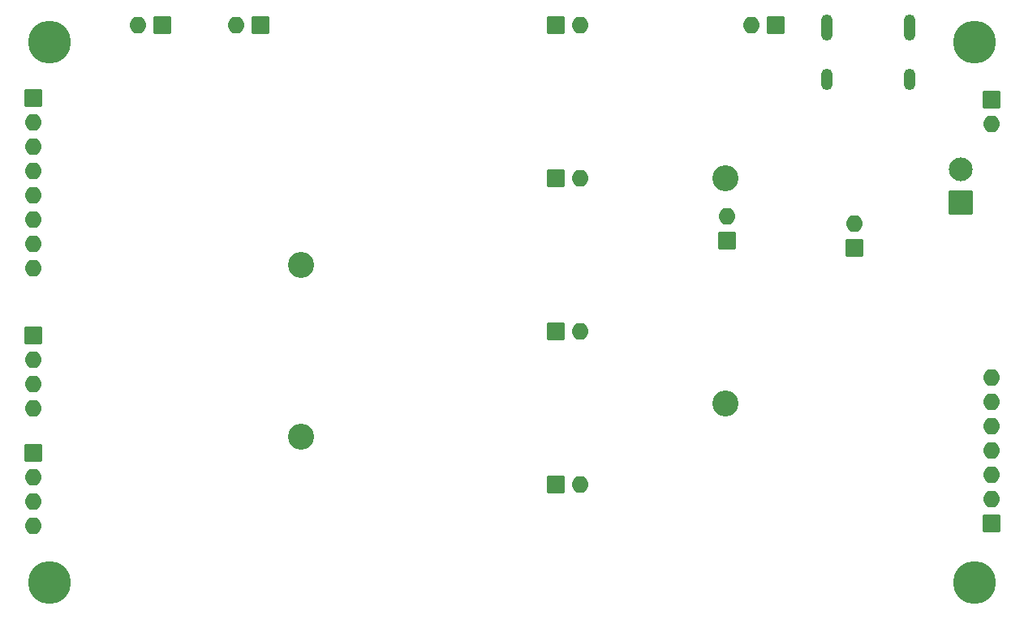
<source format=gbr>
%TF.GenerationSoftware,KiCad,Pcbnew,7.0.9*%
%TF.CreationDate,2024-02-07T13:17:43-05:00*%
%TF.ProjectId,fydp,66796470-2e6b-4696-9361-645f70636258,rev?*%
%TF.SameCoordinates,Original*%
%TF.FileFunction,Soldermask,Bot*%
%TF.FilePolarity,Negative*%
%FSLAX46Y46*%
G04 Gerber Fmt 4.6, Leading zero omitted, Abs format (unit mm)*
G04 Created by KiCad (PCBNEW 7.0.9) date 2024-02-07 13:17:43*
%MOMM*%
%LPD*%
G01*
G04 APERTURE LIST*
G04 Aperture macros list*
%AMRoundRect*
0 Rectangle with rounded corners*
0 $1 Rounding radius*
0 $2 $3 $4 $5 $6 $7 $8 $9 X,Y pos of 4 corners*
0 Add a 4 corners polygon primitive as box body*
4,1,4,$2,$3,$4,$5,$6,$7,$8,$9,$2,$3,0*
0 Add four circle primitives for the rounded corners*
1,1,$1+$1,$2,$3*
1,1,$1+$1,$4,$5*
1,1,$1+$1,$6,$7*
1,1,$1+$1,$8,$9*
0 Add four rect primitives between the rounded corners*
20,1,$1+$1,$2,$3,$4,$5,0*
20,1,$1+$1,$4,$5,$6,$7,0*
20,1,$1+$1,$6,$7,$8,$9,0*
20,1,$1+$1,$8,$9,$2,$3,0*%
G04 Aperture macros list end*
%ADD10RoundRect,0.038000X0.850000X-0.850000X0.850000X0.850000X-0.850000X0.850000X-0.850000X-0.850000X0*%
%ADD11O,1.776000X1.776000*%
%ADD12RoundRect,0.038000X-0.850000X-0.850000X0.850000X-0.850000X0.850000X0.850000X-0.850000X0.850000X0*%
%ADD13C,2.717600*%
%ADD14C,2.676000*%
%ADD15C,4.476000*%
%ADD16RoundRect,0.038000X-0.850000X0.850000X-0.850000X-0.850000X0.850000X-0.850000X0.850000X0.850000X0*%
%ADD17RoundRect,0.038000X1.200000X-1.200000X1.200000X1.200000X-1.200000X1.200000X-1.200000X-1.200000X0*%
%ADD18C,2.476000*%
%ADD19RoundRect,0.038000X0.850000X0.850000X-0.850000X0.850000X-0.850000X-0.850000X0.850000X-0.850000X0*%
%ADD20O,1.244400X2.743000*%
%ADD21O,1.244400X2.235000*%
G04 APERTURE END LIST*
D10*
%TO.C,J19*%
X163570951Y-121500000D03*
D11*
X166110951Y-121500000D03*
%TD*%
D10*
%TO.C,J18*%
X163570951Y-105500000D03*
D11*
X166110951Y-105500000D03*
%TD*%
D12*
%TO.C,J11*%
X109000000Y-105920000D03*
D11*
X109000000Y-108460000D03*
X109000000Y-111000000D03*
X109000000Y-113540000D03*
%TD*%
D13*
%TO.C,J9*%
X181250000Y-113000000D03*
%TD*%
%TO.C,J13*%
X137000000Y-116500000D03*
%TD*%
D10*
%TO.C,J16*%
X163570951Y-73500000D03*
D11*
X166110951Y-73500000D03*
%TD*%
D14*
%TO.C,H1*%
X110750000Y-75250000D03*
D15*
X110750000Y-75250000D03*
%TD*%
D16*
%TO.C,J6*%
X186525000Y-73500000D03*
D11*
X183985000Y-73500000D03*
%TD*%
D14*
%TO.C,H4*%
X207250000Y-131750000D03*
D15*
X207250000Y-131750000D03*
%TD*%
D12*
%TO.C,J12*%
X109000000Y-118200000D03*
D11*
X109000000Y-120740000D03*
X109000000Y-123280000D03*
X109000000Y-125820000D03*
%TD*%
D16*
%TO.C,J14*%
X132750000Y-73500000D03*
D11*
X130210000Y-73500000D03*
%TD*%
D17*
%TO.C,J3*%
X205800000Y-92000000D03*
D18*
X205800000Y-88500000D03*
%TD*%
D12*
%TO.C,J4*%
X109000000Y-81130000D03*
D11*
X109000000Y-83670000D03*
X109000000Y-86210000D03*
X109000000Y-88750000D03*
X109000000Y-91290000D03*
X109000000Y-93830000D03*
X109000000Y-96370000D03*
X109000000Y-98910000D03*
%TD*%
D19*
%TO.C,J5*%
X181419200Y-95975000D03*
D11*
X181419200Y-93435000D03*
%TD*%
D13*
%TO.C,J10*%
X181250000Y-89500000D03*
%TD*%
D20*
%TO.C,J1*%
X200500000Y-73750700D03*
X191859996Y-73750700D03*
D21*
X200500000Y-79110700D03*
X191859996Y-79110700D03*
%TD*%
D16*
%TO.C,J15*%
X122525000Y-73500000D03*
D11*
X119985000Y-73500000D03*
%TD*%
D19*
%TO.C,J7*%
X194750000Y-96775000D03*
D11*
X194750000Y-94235000D03*
%TD*%
D13*
%TO.C,J8*%
X137000000Y-98500000D03*
%TD*%
D12*
%TO.C,J2*%
X209000000Y-81225000D03*
D11*
X209000000Y-83765000D03*
%TD*%
D14*
%TO.C,H3*%
X110750000Y-131750000D03*
D15*
X110750000Y-131750000D03*
%TD*%
D14*
%TO.C,H2*%
X207250000Y-75250000D03*
D15*
X207250000Y-75250000D03*
%TD*%
D19*
%TO.C,J20*%
X209000000Y-125540000D03*
D11*
X209000000Y-123000000D03*
X209000000Y-120460000D03*
X209000000Y-117920000D03*
X209000000Y-115380000D03*
X209000000Y-112840000D03*
X209000000Y-110300000D03*
%TD*%
D10*
%TO.C,J17*%
X163570951Y-89500000D03*
D11*
X166110951Y-89500000D03*
%TD*%
M02*

</source>
